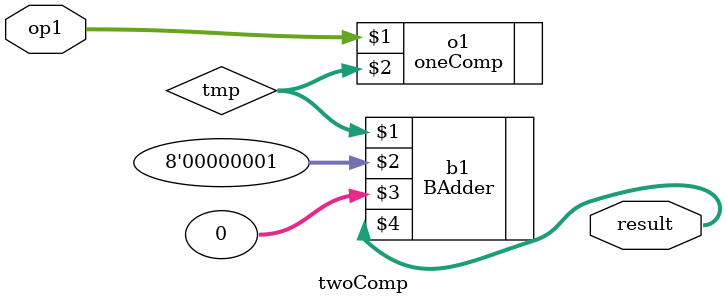
<source format=v>
module twoComp(op1,result);
input [7:0] op1;
output [7:0] result;
wire [7:0] tmp;
oneComp o1(op1,tmp);
BAdder b1(tmp,8'b00000001,0,result);
endmodule
</source>
